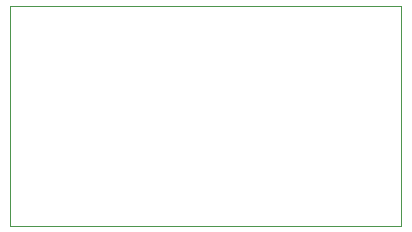
<source format=gbr>
G04 #@! TF.GenerationSoftware,KiCad,Pcbnew,(5.0.0-rc3)*
G04 #@! TF.CreationDate,2018-08-22T20:47:19+02:00*
G04 #@! TF.ProjectId,Adapter,416461707465722E6B696361645F7063,rev?*
G04 #@! TF.SameCoordinates,Original*
G04 #@! TF.FileFunction,Profile,NP*
%FSLAX46Y46*%
G04 Gerber Fmt 4.6, Leading zero omitted, Abs format (unit mm)*
G04 Created by KiCad (PCBNEW (5.0.0-rc3)) date Wed Aug 22 20:47:19 2018*
%MOMM*%
%LPD*%
G01*
G04 APERTURE LIST*
%ADD10C,0.100000*%
G04 APERTURE END LIST*
D10*
X15815575Y-33057256D02*
X15815575Y-14457256D01*
X48915575Y-33057256D02*
X15815575Y-33057256D01*
X48915575Y-14457256D02*
X15815575Y-14457256D01*
X48915575Y-33057256D02*
X48915575Y-14457256D01*
M02*

</source>
